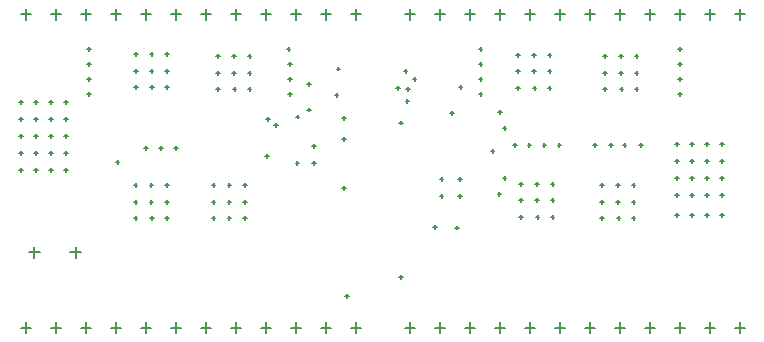
<source format=gbr>
G04*
G04 #@! TF.GenerationSoftware,Altium Limited,Altium Designer,23.8.1 (32)*
G04*
G04 Layer_Color=128*
%FSLAX25Y25*%
%MOIN*%
G70*
G04*
G04 #@! TF.SameCoordinates,08085802-0E6A-4E4E-A806-44F487ACA516*
G04*
G04*
G04 #@! TF.FilePolarity,Positive*
G04*
G01*
G75*
%ADD16C,0.00500*%
D16*
X201728Y221200D02*
X205272D01*
X203500Y219428D02*
Y222972D01*
X187949Y221200D02*
X191492D01*
X189720Y219428D02*
Y222972D01*
X295228Y196000D02*
X298772D01*
X297000Y194228D02*
Y197772D01*
X285228Y196000D02*
X288772D01*
X287000Y194228D02*
Y197772D01*
X275228Y196000D02*
X278772D01*
X277000Y194228D02*
Y197772D01*
X265228Y196000D02*
X268772D01*
X267000Y194228D02*
Y197772D01*
X255228Y196000D02*
X258772D01*
X257000Y194228D02*
Y197772D01*
X245228Y196000D02*
X248772D01*
X247000Y194228D02*
Y197772D01*
X235228Y196000D02*
X238772D01*
X237000Y194228D02*
Y197772D01*
X225228Y196000D02*
X228772D01*
X227000Y194228D02*
Y197772D01*
X215228Y196000D02*
X218772D01*
X217000Y194228D02*
Y197772D01*
X205228Y196000D02*
X208772D01*
X207000Y194228D02*
Y197772D01*
X195228Y196000D02*
X198772D01*
X197000Y194228D02*
Y197772D01*
X185228Y196000D02*
X188772D01*
X187000Y194228D02*
Y197772D01*
X313228Y196000D02*
X316772D01*
X315000Y194228D02*
Y197772D01*
X323228Y196000D02*
X326772D01*
X325000Y194228D02*
Y197772D01*
X333228Y196000D02*
X336772D01*
X335000Y194228D02*
Y197772D01*
X343228Y196000D02*
X346772D01*
X345000Y194228D02*
Y197772D01*
X353228Y196000D02*
X356772D01*
X355000Y194228D02*
Y197772D01*
X363228Y196000D02*
X366772D01*
X365000Y194228D02*
Y197772D01*
X373228Y196000D02*
X376772D01*
X375000Y194228D02*
Y197772D01*
X383228Y196000D02*
X386772D01*
X385000Y194228D02*
Y197772D01*
X393228Y196000D02*
X396772D01*
X395000Y194228D02*
Y197772D01*
X403228Y196000D02*
X406772D01*
X405000Y194228D02*
Y197772D01*
X413228Y196000D02*
X416772D01*
X415000Y194228D02*
Y197772D01*
X423228Y196000D02*
X426772D01*
X425000Y194228D02*
Y197772D01*
X313228Y300500D02*
X316772D01*
X315000Y298728D02*
Y302272D01*
X323228Y300500D02*
X326772D01*
X325000Y298728D02*
Y302272D01*
X333228Y300500D02*
X336772D01*
X335000Y298728D02*
Y302272D01*
X343228Y300500D02*
X346772D01*
X345000Y298728D02*
Y302272D01*
X353228Y300500D02*
X356772D01*
X355000Y298728D02*
Y302272D01*
X363228Y300500D02*
X366772D01*
X365000Y298728D02*
Y302272D01*
X373228Y300500D02*
X376772D01*
X375000Y298728D02*
Y302272D01*
X383228Y300500D02*
X386772D01*
X385000Y298728D02*
Y302272D01*
X393228Y300500D02*
X396772D01*
X395000Y298728D02*
Y302272D01*
X403228Y300500D02*
X406772D01*
X405000Y298728D02*
Y302272D01*
X413228Y300500D02*
X416772D01*
X415000Y298728D02*
Y302272D01*
X423228Y300500D02*
X426772D01*
X425000Y298728D02*
Y302272D01*
X185228Y300500D02*
X188772D01*
X187000Y298728D02*
Y302272D01*
X195228Y300500D02*
X198772D01*
X197000Y298728D02*
Y302272D01*
X205228Y300500D02*
X208772D01*
X207000Y298728D02*
Y302272D01*
X215228Y300500D02*
X218772D01*
X217000Y298728D02*
Y302272D01*
X225228Y300500D02*
X228772D01*
X227000Y298728D02*
Y302272D01*
X235228Y300500D02*
X238772D01*
X237000Y298728D02*
Y302272D01*
X245228Y300500D02*
X248772D01*
X247000Y298728D02*
Y302272D01*
X255228Y300500D02*
X258772D01*
X257000Y298728D02*
Y302272D01*
X265228Y300500D02*
X268772D01*
X267000Y298728D02*
Y302272D01*
X275228Y300500D02*
X278772D01*
X277000Y298728D02*
Y302272D01*
X285228Y300500D02*
X288772D01*
X287000Y298728D02*
Y302272D01*
X295228Y300500D02*
X298772D01*
X297000Y298728D02*
Y302272D01*
X408400Y233600D02*
X409600D01*
X409000Y233000D02*
Y234200D01*
X403400Y233600D02*
X404600D01*
X404000Y233000D02*
Y234200D01*
X413400Y233600D02*
X414600D01*
X414000Y233000D02*
Y234200D01*
X418400Y233600D02*
X419600D01*
X419000Y233000D02*
Y234200D01*
X403400Y257275D02*
X404600D01*
X404000Y256675D02*
Y257875D01*
X403400Y240250D02*
X404600D01*
X404000Y239650D02*
Y240850D01*
X403400Y245925D02*
X404600D01*
X404000Y245325D02*
Y246525D01*
X403400Y251600D02*
X404600D01*
X404000Y251000D02*
Y252200D01*
X408400Y257275D02*
X409600D01*
X409000Y256675D02*
Y257875D01*
X408400Y240250D02*
X409600D01*
X409000Y239650D02*
Y240850D01*
X408400Y245925D02*
X409600D01*
X409000Y245325D02*
Y246525D01*
X408400Y251600D02*
X409600D01*
X409000Y251000D02*
Y252200D01*
X413400Y251600D02*
X414600D01*
X414000Y251000D02*
Y252200D01*
X413400Y257275D02*
X414600D01*
X414000Y256675D02*
Y257875D01*
X418400Y251600D02*
X419600D01*
X419000Y251000D02*
Y252200D01*
X418400Y257275D02*
X419600D01*
X419000Y256675D02*
Y257875D01*
X413400Y240250D02*
X414600D01*
X414000Y239650D02*
Y240850D01*
X413400Y245925D02*
X414600D01*
X414000Y245325D02*
Y246525D01*
X418400Y240250D02*
X419600D01*
X419000Y239650D02*
Y240850D01*
X418400Y245925D02*
X419600D01*
X419000Y245325D02*
Y246525D01*
X184600Y254325D02*
X185800D01*
X185200Y253725D02*
Y254925D01*
X194600Y271350D02*
X195800D01*
X195200Y270750D02*
Y271950D01*
X184600Y260000D02*
X185800D01*
X185200Y259400D02*
Y260600D01*
X184600Y265675D02*
X185800D01*
X185200Y265075D02*
Y266275D01*
X184600Y271350D02*
X185800D01*
X185200Y270750D02*
Y271950D01*
X189600Y254325D02*
X190800D01*
X190200Y253725D02*
Y254925D01*
X189600Y260000D02*
X190800D01*
X190200Y259400D02*
Y260600D01*
X189600Y265675D02*
X190800D01*
X190200Y265075D02*
Y266275D01*
X189600Y271350D02*
X190800D01*
X190200Y270750D02*
Y271950D01*
X194600Y248650D02*
X195800D01*
X195200Y248050D02*
Y249250D01*
X194600Y254325D02*
X195800D01*
X195200Y253725D02*
Y254925D01*
X194600Y260000D02*
X195800D01*
X195200Y259400D02*
Y260600D01*
X194600Y265675D02*
X195800D01*
X195200Y265075D02*
Y266275D01*
X184600Y248650D02*
X185800D01*
X185200Y248050D02*
Y249250D01*
X199600Y254325D02*
X200800D01*
X200200Y253725D02*
Y254925D01*
X189600Y248650D02*
X190800D01*
X190200Y248050D02*
Y249250D01*
X199600Y248650D02*
X200800D01*
X200200Y248050D02*
Y249250D01*
X199600Y260000D02*
X200800D01*
X200200Y259400D02*
Y260600D01*
X199600Y265675D02*
X200800D01*
X200200Y265075D02*
Y266275D01*
X199600Y271350D02*
X200800D01*
X200200Y270750D02*
Y271950D01*
X330000Y229400D02*
X331200D01*
X330600Y228800D02*
Y230000D01*
X322747Y229500D02*
X323947D01*
X323347Y228900D02*
Y230100D01*
X313600Y275600D02*
X314800D01*
X314200Y275000D02*
Y276200D01*
X331200Y276300D02*
X332400D01*
X331800Y275700D02*
Y276900D01*
X328400Y267500D02*
X329600D01*
X329000Y266900D02*
Y268100D01*
X310400Y276000D02*
X311600D01*
X311000Y275400D02*
Y276600D01*
X313506Y271606D02*
X314706D01*
X314106Y271006D02*
Y272206D01*
X311400Y264389D02*
X312600D01*
X312000Y263789D02*
Y264989D01*
X292400Y259000D02*
X293600D01*
X293000Y258400D02*
Y259600D01*
X216900Y251200D02*
X218100D01*
X217500Y250600D02*
Y251800D01*
X226258Y256000D02*
X227458D01*
X226858Y255400D02*
Y256600D01*
X266600Y253282D02*
X267800D01*
X267200Y252682D02*
Y253882D01*
X267000Y265500D02*
X268200D01*
X267600Y264900D02*
Y266100D01*
X269600Y263600D02*
X270800D01*
X270200Y263000D02*
Y264200D01*
X231329Y256000D02*
X232529D01*
X231929Y255400D02*
Y256600D01*
X236400Y256000D02*
X237600D01*
X237000Y255400D02*
Y256600D01*
X345900Y246000D02*
X347100D01*
X346500Y245400D02*
Y246600D01*
X341900Y255000D02*
X343100D01*
X342500Y254400D02*
Y255600D01*
X376022Y257000D02*
X377222D01*
X376622Y256400D02*
Y257600D01*
X349400Y257000D02*
X350600D01*
X350000Y256400D02*
Y257600D01*
X364156Y257000D02*
X365356D01*
X364756Y256400D02*
Y257600D01*
X312900Y281500D02*
X314100D01*
X313500Y280900D02*
Y282100D01*
X315900Y279000D02*
X317100D01*
X316500Y278400D02*
Y279600D01*
X311400Y213000D02*
X312600D01*
X312000Y212400D02*
Y213600D01*
X324900Y240000D02*
X326100D01*
X325500Y239400D02*
Y240600D01*
X324900Y245500D02*
X326100D01*
X325500Y244900D02*
Y246100D01*
X293400Y206500D02*
X294600D01*
X294000Y205900D02*
Y207100D01*
X292400Y242500D02*
X293600D01*
X293000Y241900D02*
Y243100D01*
X274300Y274000D02*
X275500D01*
X274900Y273400D02*
Y274600D01*
X274300Y279000D02*
X275500D01*
X274900Y278400D02*
Y279600D01*
X274300Y284000D02*
X275500D01*
X274900Y283400D02*
Y284600D01*
X273900Y289000D02*
X275100D01*
X274500Y288400D02*
Y289600D01*
X345900Y262500D02*
X347100D01*
X346500Y261900D02*
Y263100D01*
X292400Y266000D02*
X293600D01*
X293000Y265400D02*
Y266600D01*
X289900Y273500D02*
X291100D01*
X290500Y272900D02*
Y274100D01*
X356650Y244000D02*
X357850D01*
X357250Y243400D02*
Y244600D01*
X351400Y244000D02*
X352600D01*
X352000Y243400D02*
Y244600D01*
X381272Y256872D02*
X382472D01*
X381872Y256272D02*
Y257472D01*
X354156Y257000D02*
X355356D01*
X354756Y256400D02*
Y257600D01*
X359156Y257000D02*
X360356D01*
X359756Y256400D02*
Y257600D01*
X276911Y266390D02*
X278111D01*
X277511Y265790D02*
Y266990D01*
X331100Y245500D02*
X332300D01*
X331700Y244900D02*
Y246100D01*
X331100Y240000D02*
X332300D01*
X331700Y239400D02*
Y240600D01*
X344400Y268000D02*
X345600D01*
X345000Y267400D02*
Y268600D01*
X337900Y274000D02*
X339100D01*
X338500Y273400D02*
Y274600D01*
X344129Y240618D02*
X345329D01*
X344729Y240018D02*
Y241218D01*
X280758Y277358D02*
X281958D01*
X281358Y276758D02*
Y277958D01*
X280616Y268717D02*
X281817D01*
X281217Y268116D02*
Y269317D01*
X282341Y256500D02*
X283541D01*
X282941Y255900D02*
Y257100D01*
X282341Y251000D02*
X283541D01*
X282941Y250400D02*
Y251600D01*
X290504Y282368D02*
X291704D01*
X291104Y281768D02*
Y282968D01*
X404400Y289000D02*
X405600D01*
X405000Y288400D02*
Y289600D01*
X404400Y274000D02*
X405600D01*
X405000Y273400D02*
Y274600D01*
X404400Y279000D02*
X405600D01*
X405000Y278400D02*
Y279600D01*
X404400Y284000D02*
X405600D01*
X405000Y283400D02*
Y284600D01*
X337900Y284000D02*
X339100D01*
X338500Y283400D02*
Y284600D01*
X337900Y279000D02*
X339100D01*
X338500Y278400D02*
Y279600D01*
X337900Y289000D02*
X339100D01*
X338500Y288400D02*
Y289600D01*
X207400Y289000D02*
X208600D01*
X208000Y288400D02*
Y289600D01*
X207400Y284000D02*
X208600D01*
X208000Y283400D02*
Y284600D01*
X207400Y279000D02*
X208600D01*
X208000Y278400D02*
Y279600D01*
X207400Y274000D02*
X208600D01*
X208000Y273400D02*
Y274600D01*
X385900Y256872D02*
X387100D01*
X386500Y256272D02*
Y257472D01*
X391272Y256872D02*
X392472D01*
X391872Y256272D02*
Y257472D01*
X228185Y281673D02*
X229385D01*
X228785Y281073D02*
Y282273D01*
X228185Y287173D02*
X229385D01*
X228785Y286573D02*
Y287773D01*
X222935Y287173D02*
X224135D01*
X223535Y286573D02*
Y287773D01*
X222935Y276173D02*
X224135D01*
X223535Y275573D02*
Y276773D01*
X228435Y276173D02*
X229635D01*
X229035Y275573D02*
Y276773D01*
X222935Y281673D02*
X224135D01*
X223535Y281073D02*
Y282273D01*
X233435Y276173D02*
X234635D01*
X234035Y275573D02*
Y276773D01*
X233435Y287173D02*
X234635D01*
X234035Y286573D02*
Y287773D01*
X233435Y281673D02*
X234635D01*
X234035Y281073D02*
Y282273D01*
X255650Y281000D02*
X256850D01*
X256250Y280400D02*
Y281600D01*
X255650Y286500D02*
X256850D01*
X256250Y285900D02*
Y287100D01*
X250400Y286500D02*
X251600D01*
X251000Y285900D02*
Y287100D01*
X250400Y275500D02*
X251600D01*
X251000Y274900D02*
Y276100D01*
X255900Y275500D02*
X257100D01*
X256500Y274900D02*
Y276100D01*
X250400Y281000D02*
X251600D01*
X251000Y280400D02*
Y281600D01*
X260900Y275500D02*
X262100D01*
X261500Y274900D02*
Y276100D01*
X260900Y286500D02*
X262100D01*
X261500Y285900D02*
Y287100D01*
X260900Y281000D02*
X262100D01*
X261500Y280400D02*
Y281600D01*
X355650Y281500D02*
X356850D01*
X356250Y280900D02*
Y282100D01*
X355650Y287000D02*
X356850D01*
X356250Y286400D02*
Y287600D01*
X350400Y287000D02*
X351600D01*
X351000Y286400D02*
Y287600D01*
X350400Y276000D02*
X351600D01*
X351000Y275400D02*
Y276600D01*
X355900Y276000D02*
X357100D01*
X356500Y275400D02*
Y276600D01*
X350400Y281500D02*
X351600D01*
X351000Y280900D02*
Y282100D01*
X360900Y276000D02*
X362100D01*
X361500Y275400D02*
Y276600D01*
X360900Y287000D02*
X362100D01*
X361500Y286400D02*
Y287600D01*
X360900Y281500D02*
X362100D01*
X361500Y280900D02*
Y282100D01*
X384650Y281000D02*
X385850D01*
X385250Y280400D02*
Y281600D01*
X384650Y286500D02*
X385850D01*
X385250Y285900D02*
Y287100D01*
X379400Y286500D02*
X380600D01*
X380000Y285900D02*
Y287100D01*
X379400Y275500D02*
X380600D01*
X380000Y274900D02*
Y276100D01*
X384900Y275500D02*
X386100D01*
X385500Y274900D02*
Y276100D01*
X379400Y281000D02*
X380600D01*
X380000Y280400D02*
Y281600D01*
X389900Y275500D02*
X391100D01*
X390500Y274900D02*
Y276100D01*
X389900Y286500D02*
X391100D01*
X390500Y285900D02*
Y287100D01*
X389900Y281000D02*
X391100D01*
X390500Y280400D02*
Y281600D01*
X356650Y238500D02*
X357850D01*
X357250Y237900D02*
Y239100D01*
X351400Y233000D02*
X352600D01*
X352000Y232400D02*
Y233600D01*
X356900Y233000D02*
X358100D01*
X357500Y232400D02*
Y233600D01*
X351400Y238500D02*
X352600D01*
X352000Y237900D02*
Y239100D01*
X361900Y233000D02*
X363100D01*
X362500Y232400D02*
Y233600D01*
X361900Y244000D02*
X363100D01*
X362500Y243400D02*
Y244600D01*
X361900Y238500D02*
X363100D01*
X362500Y237900D02*
Y239100D01*
X383650Y238000D02*
X384850D01*
X384250Y237400D02*
Y238600D01*
X383650Y243500D02*
X384850D01*
X384250Y242900D02*
Y244100D01*
X378400Y243500D02*
X379600D01*
X379000Y242900D02*
Y244100D01*
X378400Y232500D02*
X379600D01*
X379000Y231900D02*
Y233100D01*
X383900Y232500D02*
X385100D01*
X384500Y231900D02*
Y233100D01*
X378400Y238000D02*
X379600D01*
X379000Y237400D02*
Y238600D01*
X388900Y232500D02*
X390100D01*
X389500Y231900D02*
Y233100D01*
X388900Y243500D02*
X390100D01*
X389500Y242900D02*
Y244100D01*
X388900Y238000D02*
X390100D01*
X389500Y237400D02*
Y238600D01*
X228150Y238000D02*
X229350D01*
X228750Y237400D02*
Y238600D01*
X228150Y243500D02*
X229350D01*
X228750Y242900D02*
Y244100D01*
X222900Y243500D02*
X224100D01*
X223500Y242900D02*
Y244100D01*
X222900Y232500D02*
X224100D01*
X223500Y231900D02*
Y233100D01*
X228400Y232500D02*
X229600D01*
X229000Y231900D02*
Y233100D01*
X222900Y238000D02*
X224100D01*
X223500Y237400D02*
Y238600D01*
X233400Y232500D02*
X234600D01*
X234000Y231900D02*
Y233100D01*
X233400Y243500D02*
X234600D01*
X234000Y242900D02*
Y244100D01*
X233400Y238000D02*
X234600D01*
X234000Y237400D02*
Y238600D01*
X254150Y238000D02*
X255350D01*
X254750Y237400D02*
Y238600D01*
X254150Y243500D02*
X255350D01*
X254750Y242900D02*
Y244100D01*
X248900Y243500D02*
X250100D01*
X249500Y242900D02*
Y244100D01*
X248900Y232500D02*
X250100D01*
X249500Y231900D02*
Y233100D01*
X254150Y232500D02*
X255350D01*
X254750Y231900D02*
Y233100D01*
X248900Y238000D02*
X250100D01*
X249500Y237400D02*
Y238600D01*
X259400Y232500D02*
X260600D01*
X260000Y231900D02*
Y233100D01*
X259400Y243500D02*
X260600D01*
X260000Y242900D02*
Y244100D01*
X259400Y238000D02*
X260600D01*
X260000Y237400D02*
Y238600D01*
X276841Y251000D02*
X278041D01*
X277441Y250400D02*
Y251600D01*
M02*

</source>
